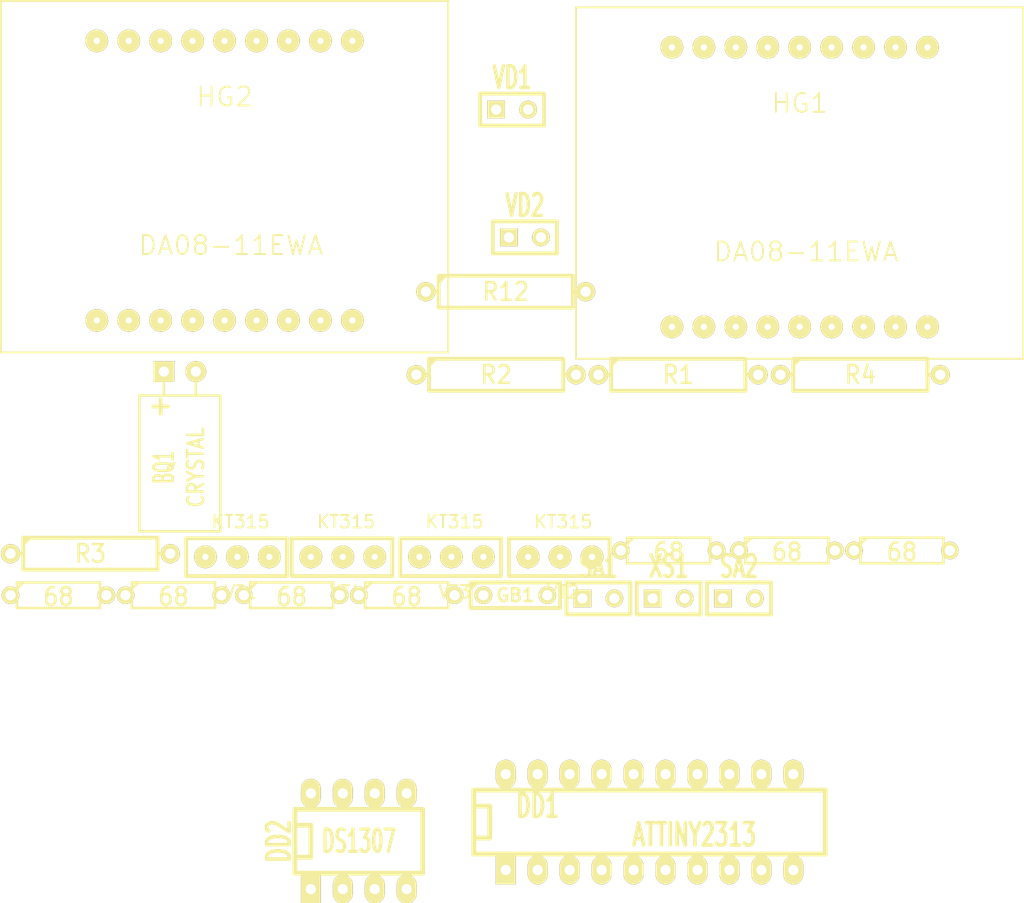
<source format=kicad_pcb>
(kicad_pcb (version 3) (host pcbnew "(2013-07-07 BZR 4022)-stable")

  (general
    (links 70)
    (no_connects 70)
    (area 0 0 0 0)
    (thickness 1.6)
    (drawings 0)
    (tracks 0)
    (zones 0)
    (modules 27)
    (nets 38)
  )

  (page A3)
  (layers
    (15 F.Cu signal)
    (0 B.Cu signal)
    (16 B.Adhes user)
    (17 F.Adhes user)
    (18 B.Paste user)
    (19 F.Paste user)
    (20 B.SilkS user)
    (21 F.SilkS user)
    (22 B.Mask user)
    (23 F.Mask user)
    (24 Dwgs.User user)
    (25 Cmts.User user)
    (26 Eco1.User user)
    (27 Eco2.User user)
    (28 Edge.Cuts user)
  )

  (setup
    (last_trace_width 0.254)
    (trace_clearance 0.254)
    (zone_clearance 0.508)
    (zone_45_only no)
    (trace_min 0.254)
    (segment_width 0.2)
    (edge_width 0.15)
    (via_size 0.889)
    (via_drill 0.635)
    (via_min_size 0.889)
    (via_min_drill 0.508)
    (uvia_size 0.508)
    (uvia_drill 0.127)
    (uvias_allowed no)
    (uvia_min_size 0.508)
    (uvia_min_drill 0.127)
    (pcb_text_width 0.3)
    (pcb_text_size 1.5 1.5)
    (mod_edge_width 0.15)
    (mod_text_size 1.5 1.5)
    (mod_text_width 0.15)
    (pad_size 1.524 1.524)
    (pad_drill 0.762)
    (pad_to_mask_clearance 0.2)
    (aux_axis_origin 0 0)
    (visible_elements FFFFFFBF)
    (pcbplotparams
      (layerselection 3178497)
      (usegerberextensions true)
      (excludeedgelayer true)
      (linewidth 0.100000)
      (plotframeref false)
      (viasonmask false)
      (mode 1)
      (useauxorigin false)
      (hpglpennumber 1)
      (hpglpenspeed 20)
      (hpglpendiameter 15)
      (hpglpenoverlay 2)
      (psnegative false)
      (psa4output false)
      (plotreference true)
      (plotvalue true)
      (plotothertext true)
      (plotinvisibletext false)
      (padsonsilk false)
      (subtractmaskfromsilk false)
      (outputformat 1)
      (mirror false)
      (drillshape 1)
      (scaleselection 1)
      (outputdirectory ""))
  )

  (net 0 "")
  (net 1 /A)
  (net 2 /B)
  (net 3 /C)
  (net 4 /D)
  (net 5 /E)
  (net 6 /F)
  (net 7 /G)
  (net 8 /VT1)
  (net 9 /VT2)
  (net 10 /VT3)
  (net 11 /VT4)
  (net 12 GND)
  (net 13 N-0000010)
  (net 14 N-0000011)
  (net 15 N-0000012)
  (net 16 N-0000013)
  (net 17 N-0000019)
  (net 18 N-000002)
  (net 19 N-0000020)
  (net 20 N-0000021)
  (net 21 N-0000024)
  (net 22 N-0000025)
  (net 23 N-0000026)
  (net 24 N-0000028)
  (net 25 N-0000029)
  (net 26 N-000003)
  (net 27 N-0000030)
  (net 28 N-0000031)
  (net 29 N-0000033)
  (net 30 N-0000034)
  (net 31 N-0000035)
  (net 32 N-0000037)
  (net 33 N-0000038)
  (net 34 N-0000039)
  (net 35 N-000004)
  (net 36 N-000005)
  (net 37 VCC)

  (net_class Default "Это класс цепей по умолчанию."
    (clearance 0.254)
    (trace_width 0.254)
    (via_dia 0.889)
    (via_drill 0.635)
    (uvia_dia 0.508)
    (uvia_drill 0.127)
    (add_net "")
    (add_net /A)
    (add_net /B)
    (add_net /C)
    (add_net /D)
    (add_net /E)
    (add_net /F)
    (add_net /G)
    (add_net /VT1)
    (add_net /VT2)
    (add_net /VT3)
    (add_net /VT4)
    (add_net GND)
    (add_net N-0000010)
    (add_net N-0000011)
    (add_net N-0000012)
    (add_net N-0000013)
    (add_net N-0000019)
    (add_net N-000002)
    (add_net N-0000020)
    (add_net N-0000021)
    (add_net N-0000024)
    (add_net N-0000025)
    (add_net N-0000026)
    (add_net N-0000028)
    (add_net N-0000029)
    (add_net N-000003)
    (add_net N-0000030)
    (add_net N-0000031)
    (add_net N-0000033)
    (add_net N-0000034)
    (add_net N-0000035)
    (add_net N-0000037)
    (add_net N-0000038)
    (add_net N-0000039)
    (add_net N-000004)
    (add_net N-000005)
    (add_net VCC)
  )

  (module SIL-2 (layer F.Cu) (tedit 200000) (tstamp 53282128)
    (at 54.61 58.42)
    (descr "Connecteurs 2 pins")
    (tags "CONN DEV")
    (path /52F13A0C)
    (fp_text reference SA1 (at 0 -2.54) (layer F.SilkS)
      (effects (font (size 1.72974 1.08712) (thickness 0.3048)))
    )
    (fp_text value SA_1-2_CL (at 0 -2.54) (layer F.SilkS) hide
      (effects (font (size 1.524 1.016) (thickness 0.3048)))
    )
    (fp_line (start -2.54 1.27) (end -2.54 -1.27) (layer F.SilkS) (width 0.3048))
    (fp_line (start -2.54 -1.27) (end 2.54 -1.27) (layer F.SilkS) (width 0.3048))
    (fp_line (start 2.54 -1.27) (end 2.54 1.27) (layer F.SilkS) (width 0.3048))
    (fp_line (start 2.54 1.27) (end -2.54 1.27) (layer F.SilkS) (width 0.3048))
    (pad 1 thru_hole rect (at -1.27 0) (size 1.397 1.397) (drill 0.8128)
      (layers *.Cu *.Mask F.SilkS)
      (net 12 GND)
    )
    (pad 2 thru_hole circle (at 1.27 0) (size 1.397 1.397) (drill 0.8128)
      (layers *.Cu *.Mask F.SilkS)
      (net 27 N-0000030)
    )
  )

  (module SIL-2 (layer F.Cu) (tedit 200000) (tstamp 53282132)
    (at 48.768 29.718)
    (descr "Connecteurs 2 pins")
    (tags "CONN DEV")
    (path /53282C12)
    (fp_text reference VD2 (at 0 -2.54) (layer F.SilkS)
      (effects (font (size 1.72974 1.08712) (thickness 0.3048)))
    )
    (fp_text value LED (at 0 -2.54) (layer F.SilkS) hide
      (effects (font (size 1.524 1.016) (thickness 0.3048)))
    )
    (fp_line (start -2.54 1.27) (end -2.54 -1.27) (layer F.SilkS) (width 0.3048))
    (fp_line (start -2.54 -1.27) (end 2.54 -1.27) (layer F.SilkS) (width 0.3048))
    (fp_line (start 2.54 -1.27) (end 2.54 1.27) (layer F.SilkS) (width 0.3048))
    (fp_line (start 2.54 1.27) (end -2.54 1.27) (layer F.SilkS) (width 0.3048))
    (pad 1 thru_hole rect (at -1.27 0) (size 1.397 1.397) (drill 0.8128)
      (layers *.Cu *.Mask F.SilkS)
      (net 19 N-0000020)
    )
    (pad 2 thru_hole circle (at 1.27 0) (size 1.397 1.397) (drill 0.8128)
      (layers *.Cu *.Mask F.SilkS)
      (net 20 N-0000021)
    )
  )

  (module SIL-2 (layer F.Cu) (tedit 200000) (tstamp 5328213C)
    (at 47.752 19.558)
    (descr "Connecteurs 2 pins")
    (tags "CONN DEV")
    (path /53282BF6)
    (fp_text reference VD1 (at 0 -2.54) (layer F.SilkS)
      (effects (font (size 1.72974 1.08712) (thickness 0.3048)))
    )
    (fp_text value LED (at 0 -2.54) (layer F.SilkS) hide
      (effects (font (size 1.524 1.016) (thickness 0.3048)))
    )
    (fp_line (start -2.54 1.27) (end -2.54 -1.27) (layer F.SilkS) (width 0.3048))
    (fp_line (start -2.54 -1.27) (end 2.54 -1.27) (layer F.SilkS) (width 0.3048))
    (fp_line (start 2.54 -1.27) (end 2.54 1.27) (layer F.SilkS) (width 0.3048))
    (fp_line (start 2.54 1.27) (end -2.54 1.27) (layer F.SilkS) (width 0.3048))
    (pad 1 thru_hole rect (at -1.27 0) (size 1.397 1.397) (drill 0.8128)
      (layers *.Cu *.Mask F.SilkS)
      (net 37 VCC)
    )
    (pad 2 thru_hole circle (at 1.27 0) (size 1.397 1.397) (drill 0.8128)
      (layers *.Cu *.Mask F.SilkS)
      (net 19 N-0000020)
    )
  )

  (module SIL-2 (layer F.Cu) (tedit 200000) (tstamp 53282146)
    (at 65.786 58.42)
    (descr "Connecteurs 2 pins")
    (tags "CONN DEV")
    (path /5327F9B0)
    (fp_text reference SA2 (at 0 -2.54) (layer F.SilkS)
      (effects (font (size 1.72974 1.08712) (thickness 0.3048)))
    )
    (fp_text value SA_1-2_CL (at 0 -2.54) (layer F.SilkS) hide
      (effects (font (size 1.524 1.016) (thickness 0.3048)))
    )
    (fp_line (start -2.54 1.27) (end -2.54 -1.27) (layer F.SilkS) (width 0.3048))
    (fp_line (start -2.54 -1.27) (end 2.54 -1.27) (layer F.SilkS) (width 0.3048))
    (fp_line (start 2.54 -1.27) (end 2.54 1.27) (layer F.SilkS) (width 0.3048))
    (fp_line (start 2.54 1.27) (end -2.54 1.27) (layer F.SilkS) (width 0.3048))
    (pad 1 thru_hole rect (at -1.27 0) (size 1.397 1.397) (drill 0.8128)
      (layers *.Cu *.Mask F.SilkS)
      (net 12 GND)
    )
    (pad 2 thru_hole circle (at 1.27 0) (size 1.397 1.397) (drill 0.8128)
      (layers *.Cu *.Mask F.SilkS)
      (net 25 N-0000029)
    )
  )

  (module SIL-2 (layer F.Cu) (tedit 200000) (tstamp 53282150)
    (at 60.198 58.42)
    (descr "Connecteurs 2 pins")
    (tags "CONN DEV")
    (path /5327FAC2)
    (fp_text reference XS1 (at 0 -2.54) (layer F.SilkS)
      (effects (font (size 1.72974 1.08712) (thickness 0.3048)))
    )
    (fp_text value CONN_02_F (at 0 -2.54) (layer F.SilkS) hide
      (effects (font (size 1.524 1.016) (thickness 0.3048)))
    )
    (fp_line (start -2.54 1.27) (end -2.54 -1.27) (layer F.SilkS) (width 0.3048))
    (fp_line (start -2.54 -1.27) (end 2.54 -1.27) (layer F.SilkS) (width 0.3048))
    (fp_line (start 2.54 -1.27) (end 2.54 1.27) (layer F.SilkS) (width 0.3048))
    (fp_line (start 2.54 1.27) (end -2.54 1.27) (layer F.SilkS) (width 0.3048))
    (pad 1 thru_hole rect (at -1.27 0) (size 1.397 1.397) (drill 0.8128)
      (layers *.Cu *.Mask F.SilkS)
      (net 37 VCC)
    )
    (pad 2 thru_hole circle (at 1.27 0) (size 1.397 1.397) (drill 0.8128)
      (layers *.Cu *.Mask F.SilkS)
      (net 12 GND)
    )
  )

  (module R5 (layer F.Cu) (tedit 200000) (tstamp 5328215D)
    (at 47.244 34.036)
    (descr "Resistance 5 pas")
    (tags R)
    (path /53282C1A)
    (autoplace_cost180 10)
    (fp_text reference R12 (at 0 0) (layer F.SilkS)
      (effects (font (size 1.397 1.27) (thickness 0.2032)))
    )
    (fp_text value R (at 0 0) (layer F.SilkS) hide
      (effects (font (size 1.397 1.27) (thickness 0.2032)))
    )
    (fp_line (start -6.35 0) (end -5.334 0) (layer F.SilkS) (width 0.3048))
    (fp_line (start 6.35 0) (end 5.334 0) (layer F.SilkS) (width 0.3048))
    (fp_line (start 5.334 -1.27) (end 5.334 1.27) (layer F.SilkS) (width 0.3048))
    (fp_line (start 5.334 1.27) (end -5.334 1.27) (layer F.SilkS) (width 0.3048))
    (fp_line (start -5.334 1.27) (end -5.334 -1.27) (layer F.SilkS) (width 0.3048))
    (fp_line (start -5.334 -1.27) (end 5.334 -1.27) (layer F.SilkS) (width 0.3048))
    (fp_line (start -5.334 -0.762) (end -4.826 -1.27) (layer F.SilkS) (width 0.3048))
    (pad 1 thru_hole circle (at -6.35 0) (size 1.524 1.524) (drill 0.8128)
      (layers *.Cu *.Mask F.SilkS)
      (net 20 N-0000021)
    )
    (pad 2 thru_hole circle (at 6.35 0) (size 1.524 1.524) (drill 0.8128)
      (layers *.Cu *.Mask F.SilkS)
      (net 12 GND)
    )
    (model discret/resistor.wrl
      (at (xyz 0 0 0))
      (scale (xyz 0.5 0.5 0.5))
      (rotate (xyz 0 0 0))
    )
  )

  (module R5 (layer F.Cu) (tedit 200000) (tstamp 5328216A)
    (at 46.482 40.64)
    (descr "Resistance 5 pas")
    (tags R)
    (path /52F1EB00)
    (autoplace_cost180 10)
    (fp_text reference R2 (at 0 0) (layer F.SilkS)
      (effects (font (size 1.397 1.27) (thickness 0.2032)))
    )
    (fp_text value 1к (at 0 0) (layer F.SilkS) hide
      (effects (font (size 1.397 1.27) (thickness 0.2032)))
    )
    (fp_line (start -6.35 0) (end -5.334 0) (layer F.SilkS) (width 0.3048))
    (fp_line (start 6.35 0) (end 5.334 0) (layer F.SilkS) (width 0.3048))
    (fp_line (start 5.334 -1.27) (end 5.334 1.27) (layer F.SilkS) (width 0.3048))
    (fp_line (start 5.334 1.27) (end -5.334 1.27) (layer F.SilkS) (width 0.3048))
    (fp_line (start -5.334 1.27) (end -5.334 -1.27) (layer F.SilkS) (width 0.3048))
    (fp_line (start -5.334 -1.27) (end 5.334 -1.27) (layer F.SilkS) (width 0.3048))
    (fp_line (start -5.334 -0.762) (end -4.826 -1.27) (layer F.SilkS) (width 0.3048))
    (pad 1 thru_hole circle (at -6.35 0) (size 1.524 1.524) (drill 0.8128)
      (layers *.Cu *.Mask F.SilkS)
      (net 28 N-0000031)
    )
    (pad 2 thru_hole circle (at 6.35 0) (size 1.524 1.524) (drill 0.8128)
      (layers *.Cu *.Mask F.SilkS)
      (net 9 /VT2)
    )
    (model discret/resistor.wrl
      (at (xyz 0 0 0))
      (scale (xyz 0.5 0.5 0.5))
      (rotate (xyz 0 0 0))
    )
  )

  (module R5 (layer F.Cu) (tedit 200000) (tstamp 53282177)
    (at 60.96 40.64)
    (descr "Resistance 5 pas")
    (tags R)
    (path /52F4BCDC)
    (autoplace_cost180 10)
    (fp_text reference R1 (at 0 0) (layer F.SilkS)
      (effects (font (size 1.397 1.27) (thickness 0.2032)))
    )
    (fp_text value 1к (at 0 0) (layer F.SilkS) hide
      (effects (font (size 1.397 1.27) (thickness 0.2032)))
    )
    (fp_line (start -6.35 0) (end -5.334 0) (layer F.SilkS) (width 0.3048))
    (fp_line (start 6.35 0) (end 5.334 0) (layer F.SilkS) (width 0.3048))
    (fp_line (start 5.334 -1.27) (end 5.334 1.27) (layer F.SilkS) (width 0.3048))
    (fp_line (start 5.334 1.27) (end -5.334 1.27) (layer F.SilkS) (width 0.3048))
    (fp_line (start -5.334 1.27) (end -5.334 -1.27) (layer F.SilkS) (width 0.3048))
    (fp_line (start -5.334 -1.27) (end 5.334 -1.27) (layer F.SilkS) (width 0.3048))
    (fp_line (start -5.334 -0.762) (end -4.826 -1.27) (layer F.SilkS) (width 0.3048))
    (pad 1 thru_hole circle (at -6.35 0) (size 1.524 1.524) (drill 0.8128)
      (layers *.Cu *.Mask F.SilkS)
      (net 8 /VT1)
    )
    (pad 2 thru_hole circle (at 6.35 0) (size 1.524 1.524) (drill 0.8128)
      (layers *.Cu *.Mask F.SilkS)
      (net 29 N-0000033)
    )
    (model discret/resistor.wrl
      (at (xyz 0 0 0))
      (scale (xyz 0.5 0.5 0.5))
      (rotate (xyz 0 0 0))
    )
  )

  (module R5 (layer F.Cu) (tedit 200000) (tstamp 53282184)
    (at 75.438 40.64)
    (descr "Resistance 5 pas")
    (tags R)
    (path /5327FE01)
    (autoplace_cost180 10)
    (fp_text reference R4 (at 0 0) (layer F.SilkS)
      (effects (font (size 1.397 1.27) (thickness 0.2032)))
    )
    (fp_text value 1к (at 0 0) (layer F.SilkS) hide
      (effects (font (size 1.397 1.27) (thickness 0.2032)))
    )
    (fp_line (start -6.35 0) (end -5.334 0) (layer F.SilkS) (width 0.3048))
    (fp_line (start 6.35 0) (end 5.334 0) (layer F.SilkS) (width 0.3048))
    (fp_line (start 5.334 -1.27) (end 5.334 1.27) (layer F.SilkS) (width 0.3048))
    (fp_line (start 5.334 1.27) (end -5.334 1.27) (layer F.SilkS) (width 0.3048))
    (fp_line (start -5.334 1.27) (end -5.334 -1.27) (layer F.SilkS) (width 0.3048))
    (fp_line (start -5.334 -1.27) (end 5.334 -1.27) (layer F.SilkS) (width 0.3048))
    (fp_line (start -5.334 -0.762) (end -4.826 -1.27) (layer F.SilkS) (width 0.3048))
    (pad 1 thru_hole circle (at -6.35 0) (size 1.524 1.524) (drill 0.8128)
      (layers *.Cu *.Mask F.SilkS)
      (net 11 /VT4)
    )
    (pad 2 thru_hole circle (at 6.35 0) (size 1.524 1.524) (drill 0.8128)
      (layers *.Cu *.Mask F.SilkS)
      (net 31 N-0000035)
    )
    (model discret/resistor.wrl
      (at (xyz 0 0 0))
      (scale (xyz 0.5 0.5 0.5))
      (rotate (xyz 0 0 0))
    )
  )

  (module R5 (layer F.Cu) (tedit 200000) (tstamp 53282191)
    (at 14.224 54.864)
    (descr "Resistance 5 pas")
    (tags R)
    (path /5327FDFB)
    (autoplace_cost180 10)
    (fp_text reference R3 (at 0 0) (layer F.SilkS)
      (effects (font (size 1.397 1.27) (thickness 0.2032)))
    )
    (fp_text value 1к (at 0 0) (layer F.SilkS) hide
      (effects (font (size 1.397 1.27) (thickness 0.2032)))
    )
    (fp_line (start -6.35 0) (end -5.334 0) (layer F.SilkS) (width 0.3048))
    (fp_line (start 6.35 0) (end 5.334 0) (layer F.SilkS) (width 0.3048))
    (fp_line (start 5.334 -1.27) (end 5.334 1.27) (layer F.SilkS) (width 0.3048))
    (fp_line (start 5.334 1.27) (end -5.334 1.27) (layer F.SilkS) (width 0.3048))
    (fp_line (start -5.334 1.27) (end -5.334 -1.27) (layer F.SilkS) (width 0.3048))
    (fp_line (start -5.334 -1.27) (end 5.334 -1.27) (layer F.SilkS) (width 0.3048))
    (fp_line (start -5.334 -0.762) (end -4.826 -1.27) (layer F.SilkS) (width 0.3048))
    (pad 1 thru_hole circle (at -6.35 0) (size 1.524 1.524) (drill 0.8128)
      (layers *.Cu *.Mask F.SilkS)
      (net 10 /VT3)
    )
    (pad 2 thru_hole circle (at 6.35 0) (size 1.524 1.524) (drill 0.8128)
      (layers *.Cu *.Mask F.SilkS)
      (net 30 N-0000034)
    )
    (model discret/resistor.wrl
      (at (xyz 0 0 0))
      (scale (xyz 0.5 0.5 0.5))
      (rotate (xyz 0 0 0))
    )
  )

  (module R3 (layer F.Cu) (tedit 4E4C0E65) (tstamp 5328219F)
    (at 39.37 58.166)
    (descr "Resitance 3 pas")
    (tags R)
    (path /5327FAF3)
    (autoplace_cost180 10)
    (fp_text reference R6 (at 0 0.127) (layer F.SilkS) hide
      (effects (font (size 1.397 1.27) (thickness 0.2032)))
    )
    (fp_text value 68 (at 0 0.127) (layer F.SilkS)
      (effects (font (size 1.397 1.27) (thickness 0.2032)))
    )
    (fp_line (start -3.81 0) (end -3.302 0) (layer F.SilkS) (width 0.2032))
    (fp_line (start 3.81 0) (end 3.302 0) (layer F.SilkS) (width 0.2032))
    (fp_line (start 3.302 0) (end 3.302 -1.016) (layer F.SilkS) (width 0.2032))
    (fp_line (start 3.302 -1.016) (end -3.302 -1.016) (layer F.SilkS) (width 0.2032))
    (fp_line (start -3.302 -1.016) (end -3.302 1.016) (layer F.SilkS) (width 0.2032))
    (fp_line (start -3.302 1.016) (end 3.302 1.016) (layer F.SilkS) (width 0.2032))
    (fp_line (start 3.302 1.016) (end 3.302 0) (layer F.SilkS) (width 0.2032))
    (fp_line (start -3.302 -0.508) (end -2.794 -1.016) (layer F.SilkS) (width 0.2032))
    (pad 1 thru_hole circle (at -3.81 0) (size 1.397 1.397) (drill 0.8128)
      (layers *.Cu *.Mask F.SilkS)
      (net 33 N-0000038)
    )
    (pad 2 thru_hole circle (at 3.81 0) (size 1.397 1.397) (drill 0.8128)
      (layers *.Cu *.Mask F.SilkS)
      (net 2 /B)
    )
    (model discret/resistor.wrl
      (at (xyz 0 0 0))
      (scale (xyz 0.3 0.3 0.3))
      (rotate (xyz 0 0 0))
    )
  )

  (module R3 (layer F.Cu) (tedit 4E4C0E65) (tstamp 532821AD)
    (at 30.226 58.166)
    (descr "Resitance 3 pas")
    (tags R)
    (path /5327FB44)
    (autoplace_cost180 10)
    (fp_text reference R11 (at 0 0.127) (layer F.SilkS) hide
      (effects (font (size 1.397 1.27) (thickness 0.2032)))
    )
    (fp_text value 68 (at 0 0.127) (layer F.SilkS)
      (effects (font (size 1.397 1.27) (thickness 0.2032)))
    )
    (fp_line (start -3.81 0) (end -3.302 0) (layer F.SilkS) (width 0.2032))
    (fp_line (start 3.81 0) (end 3.302 0) (layer F.SilkS) (width 0.2032))
    (fp_line (start 3.302 0) (end 3.302 -1.016) (layer F.SilkS) (width 0.2032))
    (fp_line (start 3.302 -1.016) (end -3.302 -1.016) (layer F.SilkS) (width 0.2032))
    (fp_line (start -3.302 -1.016) (end -3.302 1.016) (layer F.SilkS) (width 0.2032))
    (fp_line (start -3.302 1.016) (end 3.302 1.016) (layer F.SilkS) (width 0.2032))
    (fp_line (start 3.302 1.016) (end 3.302 0) (layer F.SilkS) (width 0.2032))
    (fp_line (start -3.302 -0.508) (end -2.794 -1.016) (layer F.SilkS) (width 0.2032))
    (pad 1 thru_hole circle (at -3.81 0) (size 1.397 1.397) (drill 0.8128)
      (layers *.Cu *.Mask F.SilkS)
      (net 23 N-0000026)
    )
    (pad 2 thru_hole circle (at 3.81 0) (size 1.397 1.397) (drill 0.8128)
      (layers *.Cu *.Mask F.SilkS)
      (net 7 /G)
    )
    (model discret/resistor.wrl
      (at (xyz 0 0 0))
      (scale (xyz 0.3 0.3 0.3))
      (rotate (xyz 0 0 0))
    )
  )

  (module R3 (layer F.Cu) (tedit 4E4C0E65) (tstamp 532821BB)
    (at 20.828 58.166)
    (descr "Resitance 3 pas")
    (tags R)
    (path /5327FB3E)
    (autoplace_cost180 10)
    (fp_text reference R10 (at 0 0.127) (layer F.SilkS) hide
      (effects (font (size 1.397 1.27) (thickness 0.2032)))
    )
    (fp_text value 68 (at 0 0.127) (layer F.SilkS)
      (effects (font (size 1.397 1.27) (thickness 0.2032)))
    )
    (fp_line (start -3.81 0) (end -3.302 0) (layer F.SilkS) (width 0.2032))
    (fp_line (start 3.81 0) (end 3.302 0) (layer F.SilkS) (width 0.2032))
    (fp_line (start 3.302 0) (end 3.302 -1.016) (layer F.SilkS) (width 0.2032))
    (fp_line (start 3.302 -1.016) (end -3.302 -1.016) (layer F.SilkS) (width 0.2032))
    (fp_line (start -3.302 -1.016) (end -3.302 1.016) (layer F.SilkS) (width 0.2032))
    (fp_line (start -3.302 1.016) (end 3.302 1.016) (layer F.SilkS) (width 0.2032))
    (fp_line (start 3.302 1.016) (end 3.302 0) (layer F.SilkS) (width 0.2032))
    (fp_line (start -3.302 -0.508) (end -2.794 -1.016) (layer F.SilkS) (width 0.2032))
    (pad 1 thru_hole circle (at -3.81 0) (size 1.397 1.397) (drill 0.8128)
      (layers *.Cu *.Mask F.SilkS)
      (net 22 N-0000025)
    )
    (pad 2 thru_hole circle (at 3.81 0) (size 1.397 1.397) (drill 0.8128)
      (layers *.Cu *.Mask F.SilkS)
      (net 6 /F)
    )
    (model discret/resistor.wrl
      (at (xyz 0 0 0))
      (scale (xyz 0.3 0.3 0.3))
      (rotate (xyz 0 0 0))
    )
  )

  (module R3 (layer F.Cu) (tedit 4E4C0E65) (tstamp 532821C9)
    (at 60.198 54.61)
    (descr "Resitance 3 pas")
    (tags R)
    (path /5327FB38)
    (autoplace_cost180 10)
    (fp_text reference R9 (at 0 0.127) (layer F.SilkS) hide
      (effects (font (size 1.397 1.27) (thickness 0.2032)))
    )
    (fp_text value 68 (at 0 0.127) (layer F.SilkS)
      (effects (font (size 1.397 1.27) (thickness 0.2032)))
    )
    (fp_line (start -3.81 0) (end -3.302 0) (layer F.SilkS) (width 0.2032))
    (fp_line (start 3.81 0) (end 3.302 0) (layer F.SilkS) (width 0.2032))
    (fp_line (start 3.302 0) (end 3.302 -1.016) (layer F.SilkS) (width 0.2032))
    (fp_line (start 3.302 -1.016) (end -3.302 -1.016) (layer F.SilkS) (width 0.2032))
    (fp_line (start -3.302 -1.016) (end -3.302 1.016) (layer F.SilkS) (width 0.2032))
    (fp_line (start -3.302 1.016) (end 3.302 1.016) (layer F.SilkS) (width 0.2032))
    (fp_line (start 3.302 1.016) (end 3.302 0) (layer F.SilkS) (width 0.2032))
    (fp_line (start -3.302 -0.508) (end -2.794 -1.016) (layer F.SilkS) (width 0.2032))
    (pad 1 thru_hole circle (at -3.81 0) (size 1.397 1.397) (drill 0.8128)
      (layers *.Cu *.Mask F.SilkS)
      (net 21 N-0000024)
    )
    (pad 2 thru_hole circle (at 3.81 0) (size 1.397 1.397) (drill 0.8128)
      (layers *.Cu *.Mask F.SilkS)
      (net 5 /E)
    )
    (model discret/resistor.wrl
      (at (xyz 0 0 0))
      (scale (xyz 0.3 0.3 0.3))
      (rotate (xyz 0 0 0))
    )
  )

  (module R3 (layer F.Cu) (tedit 4E4C0E65) (tstamp 532821D7)
    (at 11.684 58.166)
    (descr "Resitance 3 pas")
    (tags R)
    (path /5327FB32)
    (autoplace_cost180 10)
    (fp_text reference R8 (at 0 0.127) (layer F.SilkS) hide
      (effects (font (size 1.397 1.27) (thickness 0.2032)))
    )
    (fp_text value 68 (at 0 0.127) (layer F.SilkS)
      (effects (font (size 1.397 1.27) (thickness 0.2032)))
    )
    (fp_line (start -3.81 0) (end -3.302 0) (layer F.SilkS) (width 0.2032))
    (fp_line (start 3.81 0) (end 3.302 0) (layer F.SilkS) (width 0.2032))
    (fp_line (start 3.302 0) (end 3.302 -1.016) (layer F.SilkS) (width 0.2032))
    (fp_line (start 3.302 -1.016) (end -3.302 -1.016) (layer F.SilkS) (width 0.2032))
    (fp_line (start -3.302 -1.016) (end -3.302 1.016) (layer F.SilkS) (width 0.2032))
    (fp_line (start -3.302 1.016) (end 3.302 1.016) (layer F.SilkS) (width 0.2032))
    (fp_line (start 3.302 1.016) (end 3.302 0) (layer F.SilkS) (width 0.2032))
    (fp_line (start -3.302 -0.508) (end -2.794 -1.016) (layer F.SilkS) (width 0.2032))
    (pad 1 thru_hole circle (at -3.81 0) (size 1.397 1.397) (drill 0.8128)
      (layers *.Cu *.Mask F.SilkS)
      (net 24 N-0000028)
    )
    (pad 2 thru_hole circle (at 3.81 0) (size 1.397 1.397) (drill 0.8128)
      (layers *.Cu *.Mask F.SilkS)
      (net 4 /D)
    )
    (model discret/resistor.wrl
      (at (xyz 0 0 0))
      (scale (xyz 0.3 0.3 0.3))
      (rotate (xyz 0 0 0))
    )
  )

  (module R3 (layer F.Cu) (tedit 4E4C0E65) (tstamp 532821E5)
    (at 78.74 54.61)
    (descr "Resitance 3 pas")
    (tags R)
    (path /5327FB2C)
    (autoplace_cost180 10)
    (fp_text reference R7 (at 0 0.127) (layer F.SilkS) hide
      (effects (font (size 1.397 1.27) (thickness 0.2032)))
    )
    (fp_text value 68 (at 0 0.127) (layer F.SilkS)
      (effects (font (size 1.397 1.27) (thickness 0.2032)))
    )
    (fp_line (start -3.81 0) (end -3.302 0) (layer F.SilkS) (width 0.2032))
    (fp_line (start 3.81 0) (end 3.302 0) (layer F.SilkS) (width 0.2032))
    (fp_line (start 3.302 0) (end 3.302 -1.016) (layer F.SilkS) (width 0.2032))
    (fp_line (start 3.302 -1.016) (end -3.302 -1.016) (layer F.SilkS) (width 0.2032))
    (fp_line (start -3.302 -1.016) (end -3.302 1.016) (layer F.SilkS) (width 0.2032))
    (fp_line (start -3.302 1.016) (end 3.302 1.016) (layer F.SilkS) (width 0.2032))
    (fp_line (start 3.302 1.016) (end 3.302 0) (layer F.SilkS) (width 0.2032))
    (fp_line (start -3.302 -0.508) (end -2.794 -1.016) (layer F.SilkS) (width 0.2032))
    (pad 1 thru_hole circle (at -3.81 0) (size 1.397 1.397) (drill 0.8128)
      (layers *.Cu *.Mask F.SilkS)
      (net 34 N-0000039)
    )
    (pad 2 thru_hole circle (at 3.81 0) (size 1.397 1.397) (drill 0.8128)
      (layers *.Cu *.Mask F.SilkS)
      (net 3 /C)
    )
    (model discret/resistor.wrl
      (at (xyz 0 0 0))
      (scale (xyz 0.3 0.3 0.3))
      (rotate (xyz 0 0 0))
    )
  )

  (module R3 (layer F.Cu) (tedit 4E4C0E65) (tstamp 532821F3)
    (at 69.596 54.61)
    (descr "Resitance 3 pas")
    (tags R)
    (path /5327FACF)
    (autoplace_cost180 10)
    (fp_text reference R5 (at 0 0.127) (layer F.SilkS) hide
      (effects (font (size 1.397 1.27) (thickness 0.2032)))
    )
    (fp_text value 68 (at 0 0.127) (layer F.SilkS)
      (effects (font (size 1.397 1.27) (thickness 0.2032)))
    )
    (fp_line (start -3.81 0) (end -3.302 0) (layer F.SilkS) (width 0.2032))
    (fp_line (start 3.81 0) (end 3.302 0) (layer F.SilkS) (width 0.2032))
    (fp_line (start 3.302 0) (end 3.302 -1.016) (layer F.SilkS) (width 0.2032))
    (fp_line (start 3.302 -1.016) (end -3.302 -1.016) (layer F.SilkS) (width 0.2032))
    (fp_line (start -3.302 -1.016) (end -3.302 1.016) (layer F.SilkS) (width 0.2032))
    (fp_line (start -3.302 1.016) (end 3.302 1.016) (layer F.SilkS) (width 0.2032))
    (fp_line (start 3.302 1.016) (end 3.302 0) (layer F.SilkS) (width 0.2032))
    (fp_line (start -3.302 -0.508) (end -2.794 -1.016) (layer F.SilkS) (width 0.2032))
    (pad 1 thru_hole circle (at -3.81 0) (size 1.397 1.397) (drill 0.8128)
      (layers *.Cu *.Mask F.SilkS)
      (net 32 N-0000037)
    )
    (pad 2 thru_hole circle (at 3.81 0) (size 1.397 1.397) (drill 0.8128)
      (layers *.Cu *.Mask F.SilkS)
      (net 1 /A)
    )
    (model discret/resistor.wrl
      (at (xyz 0 0 0))
      (scale (xyz 0.3 0.3 0.3))
      (rotate (xyz 0 0 0))
    )
  )

  (module kt315 (layer F.Cu) (tedit 5316267F) (tstamp 532821FE)
    (at 51.562 55.118)
    (path /52F13E6A)
    (fp_text reference VT2 (at 0.254 2.794) (layer F.SilkS)
      (effects (font (size 1 1) (thickness 0.15)))
    )
    (fp_text value КТ315 (at 0.254 -2.794) (layer F.SilkS)
      (effects (font (size 1 1) (thickness 0.15)))
    )
    (fp_line (start -4.064 1.524) (end -4.064 -1.476) (layer F.SilkS) (width 0.3))
    (fp_line (start -4.064 -1.476) (end 3.936 -1.476) (layer F.SilkS) (width 0.3))
    (fp_line (start 3.936 -1.476) (end 3.936 1.524) (layer F.SilkS) (width 0.3))
    (fp_line (start 3.936 1.524) (end -4.064 1.524) (layer F.SilkS) (width 0.3))
    (pad 1 thru_hole circle (at 2.54 0) (size 1.8 1.8) (drill 0.5)
      (layers *.Cu *.Mask F.SilkS)
      (net 9 /VT2)
    )
    (pad 2 thru_hole circle (at 0 0) (size 1.8 1.8) (drill 0.5)
      (layers *.Cu *.Mask F.SilkS)
      (net 37 VCC)
    )
    (pad 3 thru_hole circle (at -2.54 0) (size 1.8 1.8) (drill 0.5)
      (layers *.Cu *.Mask F.SilkS)
      (net 15 N-0000012)
    )
  )

  (module kt315 (layer F.Cu) (tedit 5316267F) (tstamp 53282209)
    (at 42.926 55.118)
    (path /5327FA4E)
    (fp_text reference VT3 (at 0.254 2.794) (layer F.SilkS)
      (effects (font (size 1 1) (thickness 0.15)))
    )
    (fp_text value КТ315 (at 0.254 -2.794) (layer F.SilkS)
      (effects (font (size 1 1) (thickness 0.15)))
    )
    (fp_line (start -4.064 1.524) (end -4.064 -1.476) (layer F.SilkS) (width 0.3))
    (fp_line (start -4.064 -1.476) (end 3.936 -1.476) (layer F.SilkS) (width 0.3))
    (fp_line (start 3.936 -1.476) (end 3.936 1.524) (layer F.SilkS) (width 0.3))
    (fp_line (start 3.936 1.524) (end -4.064 1.524) (layer F.SilkS) (width 0.3))
    (pad 1 thru_hole circle (at 2.54 0) (size 1.8 1.8) (drill 0.5)
      (layers *.Cu *.Mask F.SilkS)
      (net 10 /VT3)
    )
    (pad 2 thru_hole circle (at 0 0) (size 1.8 1.8) (drill 0.5)
      (layers *.Cu *.Mask F.SilkS)
      (net 37 VCC)
    )
    (pad 3 thru_hole circle (at -2.54 0) (size 1.8 1.8) (drill 0.5)
      (layers *.Cu *.Mask F.SilkS)
      (net 13 N-0000010)
    )
  )

  (module kt315 (layer F.Cu) (tedit 5316267F) (tstamp 53282214)
    (at 34.29 55.118)
    (path /5327FA48)
    (fp_text reference VT4 (at 0.254 2.794) (layer F.SilkS)
      (effects (font (size 1 1) (thickness 0.15)))
    )
    (fp_text value КТ315 (at 0.254 -2.794) (layer F.SilkS)
      (effects (font (size 1 1) (thickness 0.15)))
    )
    (fp_line (start -4.064 1.524) (end -4.064 -1.476) (layer F.SilkS) (width 0.3))
    (fp_line (start -4.064 -1.476) (end 3.936 -1.476) (layer F.SilkS) (width 0.3))
    (fp_line (start 3.936 -1.476) (end 3.936 1.524) (layer F.SilkS) (width 0.3))
    (fp_line (start 3.936 1.524) (end -4.064 1.524) (layer F.SilkS) (width 0.3))
    (pad 1 thru_hole circle (at 2.54 0) (size 1.8 1.8) (drill 0.5)
      (layers *.Cu *.Mask F.SilkS)
      (net 11 /VT4)
    )
    (pad 2 thru_hole circle (at 0 0) (size 1.8 1.8) (drill 0.5)
      (layers *.Cu *.Mask F.SilkS)
      (net 37 VCC)
    )
    (pad 3 thru_hole circle (at -2.54 0) (size 1.8 1.8) (drill 0.5)
      (layers *.Cu *.Mask F.SilkS)
      (net 14 N-0000011)
    )
  )

  (module kt315 (layer F.Cu) (tedit 5316267F) (tstamp 5328221F)
    (at 25.908 55.118)
    (path /52F4C8E0)
    (fp_text reference VT1 (at 0.254 2.794) (layer F.SilkS)
      (effects (font (size 1 1) (thickness 0.15)))
    )
    (fp_text value КТ315 (at 0.254 -2.794) (layer F.SilkS)
      (effects (font (size 1 1) (thickness 0.15)))
    )
    (fp_line (start -4.064 1.524) (end -4.064 -1.476) (layer F.SilkS) (width 0.3))
    (fp_line (start -4.064 -1.476) (end 3.936 -1.476) (layer F.SilkS) (width 0.3))
    (fp_line (start 3.936 -1.476) (end 3.936 1.524) (layer F.SilkS) (width 0.3))
    (fp_line (start 3.936 1.524) (end -4.064 1.524) (layer F.SilkS) (width 0.3))
    (pad 1 thru_hole circle (at 2.54 0) (size 1.8 1.8) (drill 0.5)
      (layers *.Cu *.Mask F.SilkS)
      (net 8 /VT1)
    )
    (pad 2 thru_hole circle (at 0 0) (size 1.8 1.8) (drill 0.5)
      (layers *.Cu *.Mask F.SilkS)
      (net 37 VCC)
    )
    (pad 3 thru_hole circle (at -2.54 0) (size 1.8 1.8) (drill 0.5)
      (layers *.Cu *.Mask F.SilkS)
      (net 16 N-0000013)
    )
  )

  (module DIP-8__300_ELL (layer F.Cu) (tedit 200000) (tstamp 53282232)
    (at 35.56 77.724)
    (descr "8 pins DIL package, elliptical pads")
    (tags DIL)
    (path /5327F909)
    (fp_text reference DD2 (at -6.35 0 90) (layer F.SilkS)
      (effects (font (size 1.778 1.143) (thickness 0.3048)))
    )
    (fp_text value DS1307 (at 0 0) (layer F.SilkS)
      (effects (font (size 1.778 1.016) (thickness 0.3048)))
    )
    (fp_line (start -5.08 -1.27) (end -3.81 -1.27) (layer F.SilkS) (width 0.381))
    (fp_line (start -3.81 -1.27) (end -3.81 1.27) (layer F.SilkS) (width 0.381))
    (fp_line (start -3.81 1.27) (end -5.08 1.27) (layer F.SilkS) (width 0.381))
    (fp_line (start -5.08 -2.54) (end 5.08 -2.54) (layer F.SilkS) (width 0.381))
    (fp_line (start 5.08 -2.54) (end 5.08 2.54) (layer F.SilkS) (width 0.381))
    (fp_line (start 5.08 2.54) (end -5.08 2.54) (layer F.SilkS) (width 0.381))
    (fp_line (start -5.08 2.54) (end -5.08 -2.54) (layer F.SilkS) (width 0.381))
    (pad 1 thru_hole rect (at -3.81 3.81) (size 1.5748 2.286) (drill 0.8128)
      (layers *.Cu *.Mask F.SilkS)
      (net 36 N-000005)
    )
    (pad 2 thru_hole oval (at -1.27 3.81) (size 1.5748 2.286) (drill 0.8128)
      (layers *.Cu *.Mask F.SilkS)
      (net 35 N-000004)
    )
    (pad 3 thru_hole oval (at 1.27 3.81) (size 1.5748 2.286) (drill 0.8128)
      (layers *.Cu *.Mask F.SilkS)
      (net 17 N-0000019)
    )
    (pad 4 thru_hole oval (at 3.81 3.81) (size 1.5748 2.286) (drill 0.8128)
      (layers *.Cu *.Mask F.SilkS)
      (net 12 GND)
    )
    (pad 5 thru_hole oval (at 3.81 -3.81) (size 1.5748 2.286) (drill 0.8128)
      (layers *.Cu *.Mask F.SilkS)
      (net 18 N-000002)
    )
    (pad 6 thru_hole oval (at 1.27 -3.81) (size 1.5748 2.286) (drill 0.8128)
      (layers *.Cu *.Mask F.SilkS)
      (net 26 N-000003)
    )
    (pad 7 thru_hole oval (at -1.27 -3.81) (size 1.5748 2.286) (drill 0.8128)
      (layers *.Cu *.Mask F.SilkS)
    )
    (pad 8 thru_hole oval (at -3.81 -3.81) (size 1.5748 2.286) (drill 0.8128)
      (layers *.Cu *.Mask F.SilkS)
      (net 37 VCC)
    )
    (model dil/dil_8.wrl
      (at (xyz 0 0 0))
      (scale (xyz 1 1 1))
      (rotate (xyz 0 0 0))
    )
  )

  (module DIP-20__300_ELL (layer F.Cu) (tedit 200000) (tstamp 53282251)
    (at 58.674 76.2)
    (descr "20 pins DIL package, elliptical pads")
    (tags DIL)
    (path /52F138FE)
    (fp_text reference DD1 (at -8.89 -1.27) (layer F.SilkS)
      (effects (font (size 1.778 1.143) (thickness 0.3048)))
    )
    (fp_text value ATTINY2313 (at 3.556 1.016) (layer F.SilkS)
      (effects (font (size 1.778 1.143) (thickness 0.3048)))
    )
    (fp_line (start -13.97 -1.27) (end -12.7 -1.27) (layer F.SilkS) (width 0.381))
    (fp_line (start -12.7 -1.27) (end -12.7 1.27) (layer F.SilkS) (width 0.381))
    (fp_line (start -12.7 1.27) (end -13.97 1.27) (layer F.SilkS) (width 0.381))
    (fp_line (start -13.97 -2.54) (end 13.97 -2.54) (layer F.SilkS) (width 0.381))
    (fp_line (start 13.97 -2.54) (end 13.97 2.54) (layer F.SilkS) (width 0.381))
    (fp_line (start 13.97 2.54) (end -13.97 2.54) (layer F.SilkS) (width 0.381))
    (fp_line (start -13.97 2.54) (end -13.97 -2.54) (layer F.SilkS) (width 0.381))
    (pad 1 thru_hole rect (at -11.43 3.81) (size 1.5748 2.286) (drill 0.8128)
      (layers *.Cu *.Mask F.SilkS)
      (net 37 VCC)
    )
    (pad 2 thru_hole oval (at -8.89 3.81) (size 1.5748 2.286) (drill 0.8128)
      (layers *.Cu *.Mask F.SilkS)
      (net 27 N-0000030)
    )
    (pad 3 thru_hole oval (at -6.35 3.81) (size 1.5748 2.286) (drill 0.8128)
      (layers *.Cu *.Mask F.SilkS)
      (net 25 N-0000029)
    )
    (pad 4 thru_hole oval (at -3.81 3.81) (size 1.5748 2.286) (drill 0.8128)
      (layers *.Cu *.Mask F.SilkS)
      (net 26 N-000003)
    )
    (pad 5 thru_hole oval (at -1.27 3.81) (size 1.5748 2.286) (drill 0.8128)
      (layers *.Cu *.Mask F.SilkS)
      (net 18 N-000002)
    )
    (pad 6 thru_hole oval (at 1.27 3.81) (size 1.5748 2.286) (drill 0.8128)
      (layers *.Cu *.Mask F.SilkS)
      (net 29 N-0000033)
    )
    (pad 7 thru_hole oval (at 3.81 3.81) (size 1.5748 2.286) (drill 0.8128)
      (layers *.Cu *.Mask F.SilkS)
      (net 28 N-0000031)
    )
    (pad 8 thru_hole oval (at 6.35 3.81) (size 1.5748 2.286) (drill 0.8128)
      (layers *.Cu *.Mask F.SilkS)
      (net 30 N-0000034)
    )
    (pad 9 thru_hole oval (at 8.89 3.81) (size 1.5748 2.286) (drill 0.8128)
      (layers *.Cu *.Mask F.SilkS)
      (net 31 N-0000035)
    )
    (pad 10 thru_hole oval (at 11.43 3.81) (size 1.5748 2.286) (drill 0.8128)
      (layers *.Cu *.Mask F.SilkS)
      (net 12 GND)
    )
    (pad 11 thru_hole oval (at 11.43 -3.81) (size 1.5748 2.286) (drill 0.8128)
      (layers *.Cu *.Mask F.SilkS)
    )
    (pad 12 thru_hole oval (at 8.89 -3.81) (size 1.5748 2.286) (drill 0.8128)
      (layers *.Cu *.Mask F.SilkS)
      (net 32 N-0000037)
    )
    (pad 13 thru_hole oval (at 6.35 -3.81) (size 1.5748 2.286) (drill 0.8128)
      (layers *.Cu *.Mask F.SilkS)
      (net 33 N-0000038)
    )
    (pad 14 thru_hole oval (at 3.81 -3.81) (size 1.5748 2.286) (drill 0.8128)
      (layers *.Cu *.Mask F.SilkS)
      (net 34 N-0000039)
    )
    (pad 15 thru_hole oval (at 1.27 -3.81) (size 1.5748 2.286) (drill 0.8128)
      (layers *.Cu *.Mask F.SilkS)
      (net 24 N-0000028)
    )
    (pad 16 thru_hole oval (at -1.27 -3.81) (size 1.5748 2.286) (drill 0.8128)
      (layers *.Cu *.Mask F.SilkS)
      (net 21 N-0000024)
    )
    (pad 17 thru_hole oval (at -3.81 -3.81) (size 1.5748 2.286) (drill 0.8128)
      (layers *.Cu *.Mask F.SilkS)
      (net 22 N-0000025)
    )
    (pad 18 thru_hole oval (at -6.35 -3.81) (size 1.5748 2.286) (drill 0.8128)
      (layers *.Cu *.Mask F.SilkS)
      (net 23 N-0000026)
    )
    (pad 19 thru_hole oval (at -8.89 -3.81) (size 1.5748 2.286) (drill 0.8128)
      (layers *.Cu *.Mask F.SilkS)
    )
    (pad 20 thru_hole oval (at -11.43 -3.81) (size 1.5748 2.286) (drill 0.8128)
      (layers *.Cu *.Mask F.SilkS)
      (net 37 VCC)
    )
    (model dil/dil_20.wrl
      (at (xyz 0 0 0))
      (scale (xyz 1 1 1))
      (rotate (xyz 0 0 0))
    )
  )

  (module DA08 (layer F.Cu) (tedit 53281CAA) (tstamp 5328226C)
    (at 70.612 25.4)
    (path /53280055)
    (fp_text reference HG1 (at 0 -6.35) (layer F.SilkS)
      (effects (font (size 1.5 1.5) (thickness 0.15)))
    )
    (fp_text value DA08-11EWA (at 0.508 5.461) (layer F.SilkS)
      (effects (font (size 1.5 1.5) (thickness 0.15)))
    )
    (fp_line (start -17.78 0) (end -17.78 -13.97) (layer F.SilkS) (width 0.15))
    (fp_line (start -17.78 -13.97) (end 17.78 -13.97) (layer F.SilkS) (width 0.15))
    (fp_line (start 17.78 -13.97) (end 17.78 13.97) (layer F.SilkS) (width 0.15))
    (fp_line (start 17.78 13.97) (end -17.78 13.97) (layer F.SilkS) (width 0.15))
    (fp_line (start -17.78 13.97) (end -17.78 0) (layer F.SilkS) (width 0.15))
    (pad 5 thru_hole circle (at 0 11.43) (size 1.8 1.8) (drill 0.5)
      (layers *.Cu *.Mask F.SilkS)
      (net 5 /E)
    )
    (pad 4 thru_hole circle (at -2.54 11.43) (size 1.8 1.8) (drill 0.5)
      (layers *.Cu *.Mask F.SilkS)
    )
    (pad 3 thru_hole circle (at -5.08 11.43) (size 1.8 1.8) (drill 0.5)
      (layers *.Cu *.Mask F.SilkS)
      (net 3 /C)
    )
    (pad 2 thru_hole circle (at -7.62 11.43) (size 1.8 1.8) (drill 0.5)
      (layers *.Cu *.Mask F.SilkS)
      (net 4 /D)
    )
    (pad 1 thru_hole circle (at -10.16 11.43) (size 1.8 1.8) (drill 0.5)
      (layers *.Cu *.Mask F.SilkS)
      (net 5 /E)
    )
    (pad 6 thru_hole circle (at 2.54 11.43) (size 1.8 1.8) (drill 0.5)
      (layers *.Cu *.Mask F.SilkS)
      (net 4 /D)
    )
    (pad 7 thru_hole circle (at 5.08 11.43) (size 1.8 1.8) (drill 0.5)
      (layers *.Cu *.Mask F.SilkS)
      (net 7 /G)
    )
    (pad 8 thru_hole circle (at 7.62 11.43) (size 1.8 1.8) (drill 0.5)
      (layers *.Cu *.Mask F.SilkS)
      (net 3 /C)
    )
    (pad 9 thru_hole circle (at 10.16 11.43) (size 1.8 1.8) (drill 0.5)
      (layers *.Cu *.Mask F.SilkS)
    )
    (pad 14 thru_hole circle (at 0 -10.795) (size 1.8 1.8) (drill 0.5)
      (layers *.Cu *.Mask F.SilkS)
      (net 16 N-0000013)
    )
    (pad 15 thru_hole circle (at -2.54 -10.795) (size 1.8 1.8) (drill 0.5)
      (layers *.Cu *.Mask F.SilkS)
      (net 2 /B)
    )
    (pad 16 thru_hole circle (at -5.08 -10.795) (size 1.8 1.8) (drill 0.5)
      (layers *.Cu *.Mask F.SilkS)
      (net 1 /A)
    )
    (pad 17 thru_hole circle (at -7.62 -10.795) (size 1.8 1.8) (drill 0.5)
      (layers *.Cu *.Mask F.SilkS)
      (net 7 /G)
    )
    (pad 18 thru_hole circle (at -10.16 -10.795) (size 1.8 1.8) (drill 0.5)
      (layers *.Cu *.Mask F.SilkS)
      (net 6 /F)
    )
    (pad 13 thru_hole circle (at 2.54 -10.795) (size 1.8 1.8) (drill 0.5)
      (layers *.Cu *.Mask F.SilkS)
      (net 15 N-0000012)
    )
    (pad 12 thru_hole circle (at 5.08 -10.795) (size 1.8 1.8) (drill 0.5)
      (layers *.Cu *.Mask F.SilkS)
      (net 6 /F)
    )
    (pad 11 thru_hole circle (at 7.62 -10.795) (size 1.8 1.8) (drill 0.5)
      (layers *.Cu *.Mask F.SilkS)
      (net 1 /A)
    )
    (pad 10 thru_hole circle (at 10.16 -10.795) (size 1.8 1.8) (drill 0.5)
      (layers *.Cu *.Mask F.SilkS)
      (net 2 /B)
    )
  )

  (module DA08 (layer F.Cu) (tedit 53281CAA) (tstamp 53282287)
    (at 24.892 24.892)
    (path /53280062)
    (fp_text reference HG2 (at 0 -6.35) (layer F.SilkS)
      (effects (font (size 1.5 1.5) (thickness 0.15)))
    )
    (fp_text value DA08-11EWA (at 0.508 5.461) (layer F.SilkS)
      (effects (font (size 1.5 1.5) (thickness 0.15)))
    )
    (fp_line (start -17.78 0) (end -17.78 -13.97) (layer F.SilkS) (width 0.15))
    (fp_line (start -17.78 -13.97) (end 17.78 -13.97) (layer F.SilkS) (width 0.15))
    (fp_line (start 17.78 -13.97) (end 17.78 13.97) (layer F.SilkS) (width 0.15))
    (fp_line (start 17.78 13.97) (end -17.78 13.97) (layer F.SilkS) (width 0.15))
    (fp_line (start -17.78 13.97) (end -17.78 0) (layer F.SilkS) (width 0.15))
    (pad 5 thru_hole circle (at 0 11.43) (size 1.8 1.8) (drill 0.5)
      (layers *.Cu *.Mask F.SilkS)
      (net 5 /E)
    )
    (pad 4 thru_hole circle (at -2.54 11.43) (size 1.8 1.8) (drill 0.5)
      (layers *.Cu *.Mask F.SilkS)
    )
    (pad 3 thru_hole circle (at -5.08 11.43) (size 1.8 1.8) (drill 0.5)
      (layers *.Cu *.Mask F.SilkS)
      (net 3 /C)
    )
    (pad 2 thru_hole circle (at -7.62 11.43) (size 1.8 1.8) (drill 0.5)
      (layers *.Cu *.Mask F.SilkS)
      (net 4 /D)
    )
    (pad 1 thru_hole circle (at -10.16 11.43) (size 1.8 1.8) (drill 0.5)
      (layers *.Cu *.Mask F.SilkS)
      (net 5 /E)
    )
    (pad 6 thru_hole circle (at 2.54 11.43) (size 1.8 1.8) (drill 0.5)
      (layers *.Cu *.Mask F.SilkS)
      (net 4 /D)
    )
    (pad 7 thru_hole circle (at 5.08 11.43) (size 1.8 1.8) (drill 0.5)
      (layers *.Cu *.Mask F.SilkS)
      (net 7 /G)
    )
    (pad 8 thru_hole circle (at 7.62 11.43) (size 1.8 1.8) (drill 0.5)
      (layers *.Cu *.Mask F.SilkS)
      (net 3 /C)
    )
    (pad 9 thru_hole circle (at 10.16 11.43) (size 1.8 1.8) (drill 0.5)
      (layers *.Cu *.Mask F.SilkS)
    )
    (pad 14 thru_hole circle (at 0 -10.795) (size 1.8 1.8) (drill 0.5)
      (layers *.Cu *.Mask F.SilkS)
      (net 13 N-0000010)
    )
    (pad 15 thru_hole circle (at -2.54 -10.795) (size 1.8 1.8) (drill 0.5)
      (layers *.Cu *.Mask F.SilkS)
      (net 2 /B)
    )
    (pad 16 thru_hole circle (at -5.08 -10.795) (size 1.8 1.8) (drill 0.5)
      (layers *.Cu *.Mask F.SilkS)
      (net 1 /A)
    )
    (pad 17 thru_hole circle (at -7.62 -10.795) (size 1.8 1.8) (drill 0.5)
      (layers *.Cu *.Mask F.SilkS)
      (net 7 /G)
    )
    (pad 18 thru_hole circle (at -10.16 -10.795) (size 1.8 1.8) (drill 0.5)
      (layers *.Cu *.Mask F.SilkS)
      (net 6 /F)
    )
    (pad 13 thru_hole circle (at 2.54 -10.795) (size 1.8 1.8) (drill 0.5)
      (layers *.Cu *.Mask F.SilkS)
      (net 14 N-0000011)
    )
    (pad 12 thru_hole circle (at 5.08 -10.795) (size 1.8 1.8) (drill 0.5)
      (layers *.Cu *.Mask F.SilkS)
      (net 6 /F)
    )
    (pad 11 thru_hole circle (at 7.62 -10.795) (size 1.8 1.8) (drill 0.5)
      (layers *.Cu *.Mask F.SilkS)
      (net 1 /A)
    )
    (pad 10 thru_hole circle (at 10.16 -10.795) (size 1.8 1.8) (drill 0.5)
      (layers *.Cu *.Mask F.SilkS)
      (net 2 /B)
    )
  )

  (module C2 (layer F.Cu) (tedit 200000) (tstamp 53282292)
    (at 48.006 58.166)
    (descr "Condensateur = 2 pas")
    (tags C)
    (path /52F13DFB)
    (fp_text reference GB1 (at 0 0) (layer F.SilkS)
      (effects (font (size 1.016 1.016) (thickness 0.2032)))
    )
    (fp_text value 3V (at 0 0) (layer F.SilkS) hide
      (effects (font (size 1.016 1.016) (thickness 0.2032)))
    )
    (fp_line (start -3.556 -1.016) (end 3.556 -1.016) (layer F.SilkS) (width 0.3048))
    (fp_line (start 3.556 -1.016) (end 3.556 1.016) (layer F.SilkS) (width 0.3048))
    (fp_line (start 3.556 1.016) (end -3.556 1.016) (layer F.SilkS) (width 0.3048))
    (fp_line (start -3.556 1.016) (end -3.556 -1.016) (layer F.SilkS) (width 0.3048))
    (fp_line (start -3.556 -0.508) (end -3.048 -1.016) (layer F.SilkS) (width 0.3048))
    (pad 1 thru_hole circle (at -2.54 0) (size 1.397 1.397) (drill 0.8128)
      (layers *.Cu *.Mask F.SilkS)
      (net 17 N-0000019)
    )
    (pad 2 thru_hole circle (at 2.54 0) (size 1.397 1.397) (drill 0.8128)
      (layers *.Cu *.Mask F.SilkS)
      (net 12 GND)
    )
    (model discret/capa_2pas_5x5mm.wrl
      (at (xyz 0 0 0))
      (scale (xyz 1 1 1))
      (rotate (xyz 0 0 0))
    )
  )

  (module C1V7H (layer F.Cu) (tedit 4FF591D0) (tstamp 5328229F)
    (at 21.336 40.386)
    (path /53281BA9)
    (fp_text reference BQ1 (at -1.26746 7.62 90) (layer F.SilkS)
      (effects (font (size 1.524 0.8636) (thickness 0.2032)))
    )
    (fp_text value CRYSTAL (at 1.27 7.62 90) (layer F.SilkS)
      (effects (font (size 1.27 1.016) (thickness 0.2032)))
    )
    (fp_text user + (at -1.524 2.667) (layer F.SilkS)
      (effects (font (size 1.524 1.524) (thickness 0.3048)))
    )
    (fp_line (start 3.2004 1.905) (end -3.2004 1.905) (layer F.SilkS) (width 0.2032))
    (fp_line (start -3.21056 1.905) (end -3.21056 12.7) (layer F.SilkS) (width 0.2032))
    (fp_line (start -3.2004 12.7) (end 3.2004 12.7) (layer F.SilkS) (width 0.2032))
    (fp_line (start 3.21056 12.7) (end 3.21056 1.905) (layer F.SilkS) (width 0.2032))
    (fp_line (start -1.27 0) (end -1.27 1.905) (layer F.SilkS) (width 0.2032))
    (fp_line (start 1.27 0) (end 1.27 1.905) (layer F.SilkS) (width 0.2032))
    (pad 1 thru_hole rect (at -1.27 0) (size 1.651 1.651) (drill 0.8128)
      (layers *.Cu *.Mask F.SilkS)
      (net 36 N-000005)
    )
    (pad 2 thru_hole circle (at 1.27 0) (size 1.651 1.651) (drill 0.8128)
      (layers *.Cu *.Mask F.SilkS)
      (net 35 N-000004)
    )
    (model discret/c_horiz_c1v7.wrl
      (at (xyz 0 0 0))
      (scale (xyz 1 1 1))
      (rotate (xyz 0 0 0))
    )
  )

)

</source>
